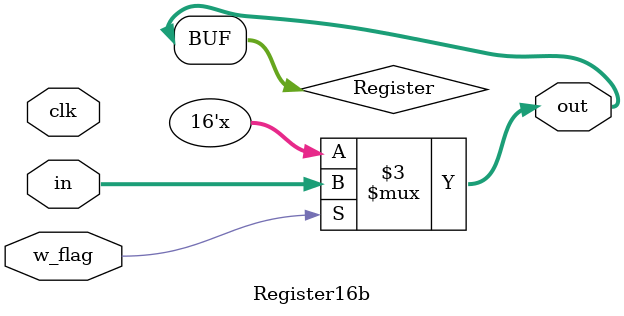
<source format=v>
`timescale 1ns / 1ps
module Register16b(in,out,w_flag,clk);
	input signed [15:0] in;
	input w_flag;
	output signed [15:0] out;
	input clk;
	
	reg signed [15:0] Register;
	
	always@(in)
	begin
		if(w_flag)
			Register=in;
	end
	
	assign out=Register;

endmodule

</source>
